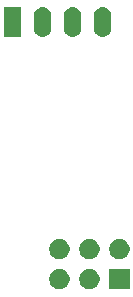
<source format=gbr>
G04 #@! TF.GenerationSoftware,KiCad,Pcbnew,6.0.0-rc1-unknown-0bceb69~66~ubuntu16.04.1*
G04 #@! TF.CreationDate,2018-12-05T15:47:40+02:00
G04 #@! TF.ProjectId,i2c-moist-sensor,6932632d-6d6f-4697-9374-2d73656e736f,rev?*
G04 #@! TF.SameCoordinates,Original*
G04 #@! TF.FileFunction,Soldermask,Bot*
G04 #@! TF.FilePolarity,Negative*
%FSLAX46Y46*%
G04 Gerber Fmt 4.6, Leading zero omitted, Abs format (unit mm)*
G04 Created by KiCad (PCBNEW 6.0.0-rc1-unknown-0bceb69~66~ubuntu16.04.1) date Wed 05 Dec 2018 03:47:40 PM EET*
%MOMM*%
%LPD*%
G04 APERTURE LIST*
%ADD10C,0.100000*%
G04 APERTURE END LIST*
D10*
G36*
X98251903Y-43439587D02*
G01*
X98409068Y-43504687D01*
X98550513Y-43599198D01*
X98670802Y-43719487D01*
X98765313Y-43860932D01*
X98830413Y-44018097D01*
X98863600Y-44184943D01*
X98863600Y-44355057D01*
X98830413Y-44521903D01*
X98765313Y-44679068D01*
X98670802Y-44820513D01*
X98550513Y-44940802D01*
X98409068Y-45035313D01*
X98251903Y-45100413D01*
X98085057Y-45133600D01*
X97914943Y-45133600D01*
X97748097Y-45100413D01*
X97590932Y-45035313D01*
X97449487Y-44940802D01*
X97329198Y-44820513D01*
X97234687Y-44679068D01*
X97169587Y-44521903D01*
X97136400Y-44355057D01*
X97136400Y-44184943D01*
X97169587Y-44018097D01*
X97234687Y-43860932D01*
X97329198Y-43719487D01*
X97449487Y-43599198D01*
X97590932Y-43504687D01*
X97748097Y-43439587D01*
X97914943Y-43406400D01*
X98085057Y-43406400D01*
X98251903Y-43439587D01*
X98251903Y-43439587D01*
G37*
G36*
X95711903Y-43439587D02*
G01*
X95869068Y-43504687D01*
X96010513Y-43599198D01*
X96130802Y-43719487D01*
X96225313Y-43860932D01*
X96290413Y-44018097D01*
X96323600Y-44184943D01*
X96323600Y-44355057D01*
X96290413Y-44521903D01*
X96225313Y-44679068D01*
X96130802Y-44820513D01*
X96010513Y-44940802D01*
X95869068Y-45035313D01*
X95711903Y-45100413D01*
X95545057Y-45133600D01*
X95374943Y-45133600D01*
X95208097Y-45100413D01*
X95050932Y-45035313D01*
X94909487Y-44940802D01*
X94789198Y-44820513D01*
X94694687Y-44679068D01*
X94629587Y-44521903D01*
X94596400Y-44355057D01*
X94596400Y-44184943D01*
X94629587Y-44018097D01*
X94694687Y-43860932D01*
X94789198Y-43719487D01*
X94909487Y-43599198D01*
X95050932Y-43504687D01*
X95208097Y-43439587D01*
X95374943Y-43406400D01*
X95545057Y-43406400D01*
X95711903Y-43439587D01*
X95711903Y-43439587D01*
G37*
G36*
X101403600Y-45133600D02*
G01*
X99676400Y-45133600D01*
X99676400Y-43406400D01*
X101403600Y-43406400D01*
X101403600Y-45133600D01*
X101403600Y-45133600D01*
G37*
G36*
X95711903Y-40899587D02*
G01*
X95869068Y-40964687D01*
X96010513Y-41059198D01*
X96130802Y-41179487D01*
X96225313Y-41320932D01*
X96290413Y-41478097D01*
X96323600Y-41644943D01*
X96323600Y-41815057D01*
X96290413Y-41981903D01*
X96225313Y-42139068D01*
X96130802Y-42280513D01*
X96010513Y-42400802D01*
X95869068Y-42495313D01*
X95711903Y-42560413D01*
X95545057Y-42593600D01*
X95374943Y-42593600D01*
X95208097Y-42560413D01*
X95050932Y-42495313D01*
X94909487Y-42400802D01*
X94789198Y-42280513D01*
X94694687Y-42139068D01*
X94629587Y-41981903D01*
X94596400Y-41815057D01*
X94596400Y-41644943D01*
X94629587Y-41478097D01*
X94694687Y-41320932D01*
X94789198Y-41179487D01*
X94909487Y-41059198D01*
X95050932Y-40964687D01*
X95208097Y-40899587D01*
X95374943Y-40866400D01*
X95545057Y-40866400D01*
X95711903Y-40899587D01*
X95711903Y-40899587D01*
G37*
G36*
X100791903Y-40899587D02*
G01*
X100949068Y-40964687D01*
X101090513Y-41059198D01*
X101210802Y-41179487D01*
X101305313Y-41320932D01*
X101370413Y-41478097D01*
X101403600Y-41644943D01*
X101403600Y-41815057D01*
X101370413Y-41981903D01*
X101305313Y-42139068D01*
X101210802Y-42280513D01*
X101090513Y-42400802D01*
X100949068Y-42495313D01*
X100791903Y-42560413D01*
X100625057Y-42593600D01*
X100454943Y-42593600D01*
X100288097Y-42560413D01*
X100130932Y-42495313D01*
X99989487Y-42400802D01*
X99869198Y-42280513D01*
X99774687Y-42139068D01*
X99709587Y-41981903D01*
X99676400Y-41815057D01*
X99676400Y-41644943D01*
X99709587Y-41478097D01*
X99774687Y-41320932D01*
X99869198Y-41179487D01*
X99989487Y-41059198D01*
X100130932Y-40964687D01*
X100288097Y-40899587D01*
X100454943Y-40866400D01*
X100625057Y-40866400D01*
X100791903Y-40899587D01*
X100791903Y-40899587D01*
G37*
G36*
X98251903Y-40899587D02*
G01*
X98409068Y-40964687D01*
X98550513Y-41059198D01*
X98670802Y-41179487D01*
X98765313Y-41320932D01*
X98830413Y-41478097D01*
X98863600Y-41644943D01*
X98863600Y-41815057D01*
X98830413Y-41981903D01*
X98765313Y-42139068D01*
X98670802Y-42280513D01*
X98550513Y-42400802D01*
X98409068Y-42495313D01*
X98251903Y-42560413D01*
X98085057Y-42593600D01*
X97914943Y-42593600D01*
X97748097Y-42560413D01*
X97590932Y-42495313D01*
X97449487Y-42400802D01*
X97329198Y-42280513D01*
X97234687Y-42139068D01*
X97169587Y-41981903D01*
X97136400Y-41815057D01*
X97136400Y-41644943D01*
X97169587Y-41478097D01*
X97234687Y-41320932D01*
X97329198Y-41179487D01*
X97449487Y-41059198D01*
X97590932Y-40964687D01*
X97748097Y-40899587D01*
X97914943Y-40866400D01*
X98085057Y-40866400D01*
X98251903Y-40899587D01*
X98251903Y-40899587D01*
G37*
G36*
X99267027Y-21260852D02*
G01*
X99408401Y-21303738D01*
X99538694Y-21373380D01*
X99652896Y-21467104D01*
X99746620Y-21581306D01*
X99816262Y-21711599D01*
X99859148Y-21852973D01*
X99870000Y-21963161D01*
X99870000Y-23036839D01*
X99859148Y-23147027D01*
X99816262Y-23288401D01*
X99746620Y-23418694D01*
X99652899Y-23532893D01*
X99538690Y-23626622D01*
X99408400Y-23696262D01*
X99267026Y-23739148D01*
X99120000Y-23753628D01*
X98972973Y-23739148D01*
X98831599Y-23696262D01*
X98701306Y-23626620D01*
X98587107Y-23532899D01*
X98493378Y-23418690D01*
X98423738Y-23288400D01*
X98380852Y-23147026D01*
X98370000Y-23036838D01*
X98370001Y-21963161D01*
X98380853Y-21852973D01*
X98423739Y-21711599D01*
X98493381Y-21581306D01*
X98587105Y-21467104D01*
X98701307Y-21373380D01*
X98831600Y-21303738D01*
X98972974Y-21260852D01*
X99120000Y-21246372D01*
X99267027Y-21260852D01*
X99267027Y-21260852D01*
G37*
G36*
X96727027Y-21260852D02*
G01*
X96868401Y-21303738D01*
X96998694Y-21373380D01*
X97112896Y-21467104D01*
X97206620Y-21581306D01*
X97276262Y-21711599D01*
X97319148Y-21852973D01*
X97330000Y-21963161D01*
X97330000Y-23036839D01*
X97319148Y-23147027D01*
X97276262Y-23288401D01*
X97206620Y-23418694D01*
X97112899Y-23532893D01*
X96998690Y-23626622D01*
X96868400Y-23696262D01*
X96727026Y-23739148D01*
X96580000Y-23753628D01*
X96432973Y-23739148D01*
X96291599Y-23696262D01*
X96161306Y-23626620D01*
X96047107Y-23532899D01*
X95953378Y-23418690D01*
X95883738Y-23288400D01*
X95840852Y-23147026D01*
X95830000Y-23036838D01*
X95830001Y-21963161D01*
X95840853Y-21852973D01*
X95883739Y-21711599D01*
X95953381Y-21581306D01*
X96047105Y-21467104D01*
X96161307Y-21373380D01*
X96291600Y-21303738D01*
X96432974Y-21260852D01*
X96580000Y-21246372D01*
X96727027Y-21260852D01*
X96727027Y-21260852D01*
G37*
G36*
X94187027Y-21260852D02*
G01*
X94328401Y-21303738D01*
X94458694Y-21373380D01*
X94572896Y-21467104D01*
X94666620Y-21581306D01*
X94736262Y-21711599D01*
X94779148Y-21852973D01*
X94790000Y-21963161D01*
X94790000Y-23036839D01*
X94779148Y-23147027D01*
X94736262Y-23288401D01*
X94666620Y-23418694D01*
X94572899Y-23532893D01*
X94458690Y-23626622D01*
X94328400Y-23696262D01*
X94187026Y-23739148D01*
X94040000Y-23753628D01*
X93892973Y-23739148D01*
X93751599Y-23696262D01*
X93621306Y-23626620D01*
X93507107Y-23532899D01*
X93413378Y-23418690D01*
X93343738Y-23288400D01*
X93300852Y-23147026D01*
X93290000Y-23036838D01*
X93290001Y-21963161D01*
X93300853Y-21852973D01*
X93343739Y-21711599D01*
X93413381Y-21581306D01*
X93507105Y-21467104D01*
X93621307Y-21373380D01*
X93751600Y-21303738D01*
X93892974Y-21260852D01*
X94040000Y-21246372D01*
X94187027Y-21260852D01*
X94187027Y-21260852D01*
G37*
G36*
X92250000Y-23750000D02*
G01*
X90750000Y-23750000D01*
X90750000Y-21250000D01*
X92250000Y-21250000D01*
X92250000Y-23750000D01*
X92250000Y-23750000D01*
G37*
M02*

</source>
